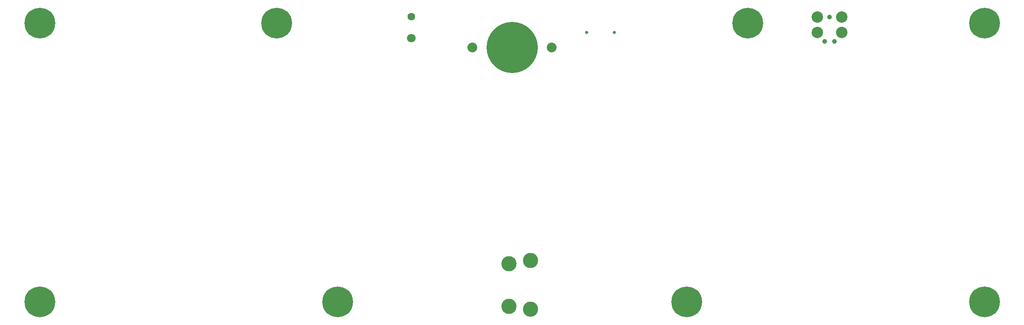
<source format=gbs>
%TF.GenerationSoftware,KiCad,Pcbnew,5.1.8-db9833491~88~ubuntu20.04.1*%
%TF.CreationDate,2020-12-25T16:42:28+05:30*%
%TF.ProjectId,halo,68616c6f-2e6b-4696-9361-645f70636258,v1*%
%TF.SameCoordinates,Original*%
%TF.FileFunction,Soldermask,Bot*%
%TF.FilePolarity,Negative*%
%FSLAX46Y46*%
G04 Gerber Fmt 4.6, Leading zero omitted, Abs format (unit mm)*
G04 Created by KiCad (PCBNEW 5.1.8-db9833491~88~ubuntu20.04.1) date 2020-12-25 16:42:28*
%MOMM*%
%LPD*%
G01*
G04 APERTURE LIST*
%ADD10C,2.032000*%
%ADD11C,10.668000*%
%ADD12C,6.400000*%
%ADD13C,0.800000*%
%ADD14C,1.600000*%
%ADD15C,1.800000*%
%ADD16C,3.175000*%
%ADD17C,0.650000*%
%ADD18C,2.374900*%
%ADD19C,0.990600*%
G04 APERTURE END LIST*
D10*
%TO.C,J1*%
X147955000Y-68580000D03*
X131445000Y-68580000D03*
D11*
X139700000Y-68580000D03*
%TD*%
D12*
%TO.C,SC4*%
X237998000Y-63500000D03*
D13*
X240398000Y-63500000D03*
X239695056Y-65197056D03*
X237998000Y-65900000D03*
X236300944Y-65197056D03*
X235598000Y-63500000D03*
X236300944Y-61802944D03*
X237998000Y-61100000D03*
X239695056Y-61802944D03*
%TD*%
D14*
%TO.C,J3*%
X118745000Y-62150000D03*
D15*
X118745000Y-66650000D03*
%TD*%
D16*
%TO.C,P7*%
X139065000Y-122555000D03*
X139065000Y-113665000D03*
%TD*%
%TO.C,P5*%
X143510000Y-113030000D03*
X143510000Y-123190000D03*
%TD*%
D17*
%TO.C,J2*%
X155225000Y-65405000D03*
X161005000Y-65405000D03*
%TD*%
D12*
%TO.C,SC2*%
X90678000Y-63500000D03*
D13*
X93078000Y-63500000D03*
X92375056Y-65197056D03*
X90678000Y-65900000D03*
X88980944Y-65197056D03*
X88278000Y-63500000D03*
X88980944Y-61802944D03*
X90678000Y-61100000D03*
X92375056Y-61802944D03*
%TD*%
D12*
%TO.C,SC3*%
X188722000Y-63500000D03*
D13*
X191122000Y-63500000D03*
X190419056Y-65197056D03*
X188722000Y-65900000D03*
X187024944Y-65197056D03*
X186322000Y-63500000D03*
X187024944Y-61802944D03*
X188722000Y-61100000D03*
X190419056Y-61802944D03*
%TD*%
D12*
%TO.C,SC5*%
X237998000Y-121666000D03*
D13*
X240398000Y-121666000D03*
X239695056Y-123363056D03*
X237998000Y-124066000D03*
X236300944Y-123363056D03*
X235598000Y-121666000D03*
X236300944Y-119968944D03*
X237998000Y-119266000D03*
X239695056Y-119968944D03*
%TD*%
D12*
%TO.C,SC6*%
X176022000Y-121666000D03*
D13*
X178422000Y-121666000D03*
X177719056Y-123363056D03*
X176022000Y-124066000D03*
X174324944Y-123363056D03*
X173622000Y-121666000D03*
X174324944Y-119968944D03*
X176022000Y-119266000D03*
X177719056Y-119968944D03*
%TD*%
D12*
%TO.C,SC7*%
X103378000Y-121666000D03*
D13*
X105778000Y-121666000D03*
X105075056Y-123363056D03*
X103378000Y-124066000D03*
X101680944Y-123363056D03*
X100978000Y-121666000D03*
X101680944Y-119968944D03*
X103378000Y-119266000D03*
X105075056Y-119968944D03*
%TD*%
D12*
%TO.C,SC8*%
X41402000Y-121666000D03*
D13*
X43802000Y-121666000D03*
X43099056Y-123363056D03*
X41402000Y-124066000D03*
X39704944Y-123363056D03*
X39002000Y-121666000D03*
X39704944Y-119968944D03*
X41402000Y-119266000D03*
X43099056Y-119968944D03*
%TD*%
D18*
%TO.C,P3*%
X208280000Y-65405000D03*
X203200000Y-65405000D03*
X203200000Y-62230000D03*
X208280000Y-62230000D03*
D19*
X204724000Y-67310000D03*
X206756000Y-67310000D03*
X205740000Y-62230000D03*
%TD*%
D13*
%TO.C,SC1*%
X43099056Y-61802944D03*
X41402000Y-61100000D03*
X39704944Y-61802944D03*
X39002000Y-63500000D03*
X39704944Y-65197056D03*
X41402000Y-65900000D03*
X43099056Y-65197056D03*
X43802000Y-63500000D03*
D12*
X41402000Y-63500000D03*
%TD*%
M02*

</source>
